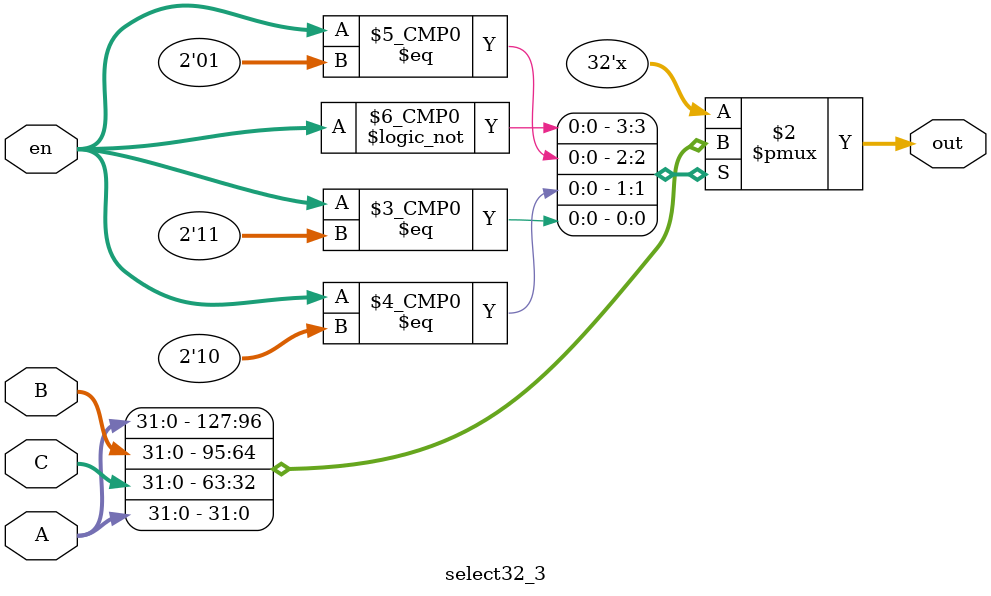
<source format=v>
`timescale 1ns / 1ps
module select32_3( 
	input [1:0]en,
	input [31:0] A, B,C,	
	output reg [31:0] out
);
	always@(*)
	begin
		case(en[1:0])
			2'b00:out<=A;
			2'b01:out<=B;
			2'b10:out<=C;
			2'b11:out<=A;
		endcase
	end
endmodule

</source>
